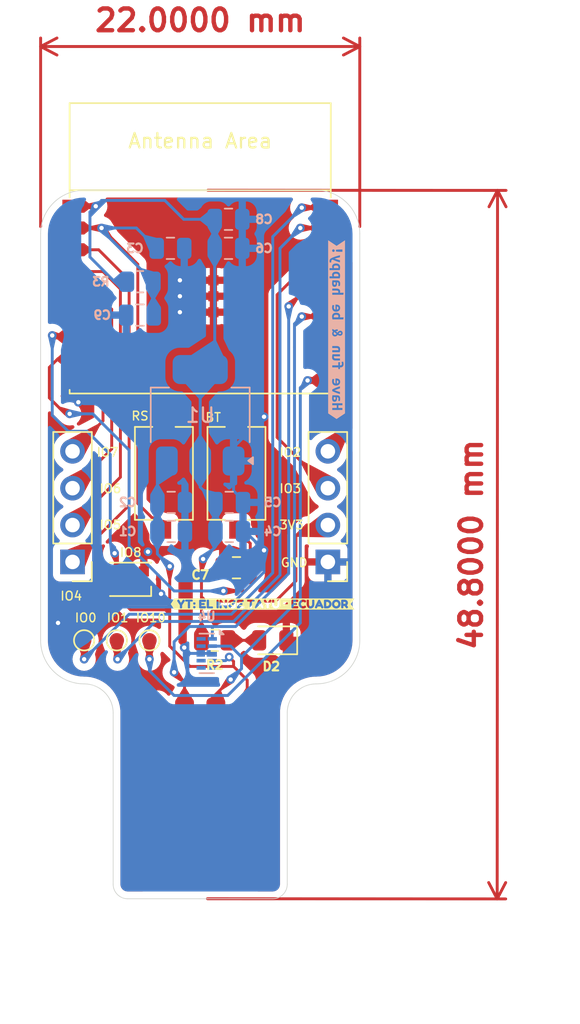
<source format=kicad_pcb>
(kicad_pcb (version 20240108) (generator "pcbnew") (generator_version "8.0")
  (layers (0 "F.Cu" signal) (31 "B.Cu" signal) (34 "B.Paste" user) (35 "F.Paste" user) (36 "B.SilkS" user "B.Silkscreen") (37 "F.SilkS" user "F.Silkscreen") (38 "B.Mask" user) (39 "F.Mask" user) (44 "Edge.Cuts" user))
  (net 0 "")
  (net 1 "+5V")
  (net 2 "GND")
  (net 3 "RESET")
  (net 4 "+3V3")
  (net 5 "BOOT")
  (net 6 "IO08")
  (net 7 "IO07")
  (net 9 "IO06")
  (net 10 "Net-(D2-A)")
  (net 11 "USB_D-")
  (net 12 "USB_D+")
  (net 13 "IO03")
  (net 14 "IO02")
  (net 15 "IO05")
  (net 16 "IO04")
  (net 17 "Net-(U2-GPIO10)")
  (net 18 "Net-(U2-GPIO0{slash}ADC1_CH0{slash}XTAL_32K_P)")
  (net 19 "Net-(U2-GPIO1{slash}ADC1_CH1{slash}XTAL_32K_N)")
  (footprint "LED_SMD:LED_WS2812B-2020_PLCC4_2.0x2.0mm" (layer "F.Cu") (at 127 81 180)
    (property "Reference" "D1" (hide yes))
    (property "Value" "WS2812B-2020" (hide yes))
    (pad "1" smd rect (at -0.915 -0.55 180) (size 0.7 0.7) (layers "F.Cu" "F.Paste" "F.Mask"))
    (pad "2" smd rect (at -0.915 0.55 180) (size 0.7 0.7) (layers "F.Cu" "F.Paste" "F.Mask") (net 2 "GND"))
    (pad "3" smd rect (at 0.915 0.55 180) (size 0.7 0.7) (layers "F.Cu" "F.Paste" "F.Mask") (net 6 "IO08"))
    (pad "4" smd rect (at 0.915 -0.55 180) (size 0.7 0.7) (layers "F.Cu" "F.Paste" "F.Mask") (net 1 "+5V"))
  )
  (footprint "Button_Switch_SMD:SW_Tactile_SPST_NO_Straight_CK_PTS636Sx25SMTRLFS" (layer "F.Cu") (at 129.3 73.7 -90)
    (property "Reference" "SW1" (hide yes))
    (property "Value" "SW_Push" (hide yes))
    (pad "1" smd rect (at -3.875 0 270) (size 1.25 1) (layers "F.Cu" "F.Paste" "F.Mask") (net 2 "GND"))
    (pad "2" smd rect (at 3.875 0 270) (size 1.25 1) (layers "F.Cu" "F.Paste" "F.Mask") (net 3 "RESET"))
  )
  (footprint "TestPoint:TestPoint_Pad_D1.0mm" (layer "F.Cu") (at 126.05 85.2 90)
    (property "Reference" "TP3" (hide yes))
    (property "Value" "TestPoint" (hide yes))
    (pad "1" smd circle (at 0 0 90) (size 1 1) (layers "F.Cu" "F.Mask") (net 19 "Net-(U2-GPIO1{slash}ADC1_CH1{slash}XTAL_32K_N)"))
  )
  (footprint "TestPoint:TestPoint_Pad_D1.0mm" (layer "F.Cu") (at 123.8 85.2 90)
    (property "Reference" "TP2" (hide yes))
    (property "Value" "TestPoint" (hide yes))
    (pad "1" smd circle (at 0 0 90) (size 1 1) (layers "F.Cu" "F.Mask") (net 18 "Net-(U2-GPIO0{slash}ADC1_CH0{slash}XTAL_32K_P)"))
  )
  (footprint "Button_Switch_SMD:SW_Tactile_SPST_NO_Straight_CK_PTS636Sx25SMTRLFS" (layer "F.Cu") (at 134.3 73.7 -90)
    (property "Reference" "SW2" (hide yes))
    (property "Value" "SW_Push" (hide yes))
    (pad "1" smd rect (at -3.875 0 270) (size 1.25 1) (layers "F.Cu" "F.Paste" "F.Mask") (net 2 "GND"))
    (pad "2" smd rect (at 3.875 0 270) (size 1.25 1) (layers "F.Cu" "F.Paste" "F.Mask") (net 5 "BOOT"))
  )
  (footprint "Connector_USB:USB A CARD" (layer "F.Cu") (at 131.88 84.5)
    (property "Reference" "J1" (hide yes))
    (property "Value" "Conn_01x04_Pin" (hide yes))
    (pad "1" smd roundrect (at 3.16 11) (size 1.3 12.7) (layers "F.Cu" "F.Paste" "F.Mask") (net 1 "+5V"))
    (pad "2" smd roundrect (at 1 10.7) (size 1.3 12.1) (layers "F.Cu" "F.Paste" "F.Mask") (net 11 "USB_D-"))
    (pad "3" smd roundrect (at -1.16 10.7) (size 1.3 12.1) (layers "F.Cu" "F.Paste" "F.Mask") (net 12 "USB_D+"))
    (pad "4" smd roundrect (at -3.32 11) (size 1.3 12.7) (layers "F.Cu" "F.Paste" "F.Mask") (net 2 "GND"))
  )
  (footprint "Resistor_SMD:R_0805_2012Metric" (layer "F.Cu") (at 132.8 85.2)
    (property "Reference" "R2" (at 0 1.7 0) (layer "F.SilkS") (effects (font (size 0.6 0.6))))
    (property "Value" "330R" (hide yes))
    (pad "1" smd roundrect (at -0.9125 0) (size 1.025 1.4) (layers "F.Cu" "F.Paste" "F.Mask") (roundrect_rratio 0.243902) (net 4 "+3V3"))
    (pad "2" smd roundrect (at 0.9125 0) (size 1.025 1.4) (layers "F.Cu" "F.Paste" "F.Mask") (roundrect_rratio 0.243902) (net 10 "Net-(D2-A)"))
  )
  (footprint "Connector_PinHeader_2.54mm:PinHeader_1x04_P2.54mm_Vertical" (layer "F.Cu") (at 140.6 79.8 180)
    (property "Reference" "J2" (hide yes))
    (property "Value" "Conn_01x04_Pin" (hide yes))
    (pad "1" thru_hole rect (at 0 0 180) (size 1.7 1.7) (drill 1) (layers "*.Cu" "*.Mask") (net 2 "GND"))
    (pad "2" thru_hole oval (at 0 2.54 180) (size 1.7 1.7) (drill 1) (layers "*.Cu" "*.Mask") (net 4 "+3V3"))
    (pad "3" thru_hole oval (at 0 5.08 180) (size 1.7 1.7) (drill 1) (layers "*.Cu" "*.Mask") (net 13 "IO03"))
    (pad "4" thru_hole oval (at 0 7.62 180) (size 1.7 1.7) (drill 1) (layers "*.Cu" "*.Mask") (net 14 "IO02"))
  )
  (footprint "PCM_Espressif:ESP32-C3-WROOM-02" (layer "F.Cu") (at 131.8 61.2)
    (property "Reference" "U2" (hide yes))
    (property "Value" "ESP32-C3-WROOM-02" (hide yes))
    (fp_text user "Antenna Area" (at 0 -10.4 0) (layer "F.SilkS"))
    (pad "1" smd rect (at -8.75 -5.9) (size 1.5 0.9) (layers "F.Cu" "F.Paste" "F.Mask") (net 4 "+3V3"))
    (pad "2" smd rect (at -8.75 -4.4) (size 1.5 0.9) (layers "F.Cu" "F.Paste" "F.Mask") (net 3 "RESET"))
    (pad "3" smd rect (at -8.75 -2.9) (size 1.5 0.9) (layers "F.Cu" "F.Paste" "F.Mask") (net 16 "IO04"))
    (pad "4" smd rect (at -8.75 -1.4) (size 1.5 0.9) (layers "F.Cu" "F.Paste" "F.Mask") (net 15 "IO05"))
    (pad "5" smd rect (at -8.75 0.1) (size 1.5 0.9) (layers "F.Cu" "F.Paste" "F.Mask") (net 9 "IO06"))
    (pad "6" smd rect (at -8.75 1.6) (size 1.5 0.9) (layers "F.Cu" "F.Paste" "F.Mask") (net 7 "IO07"))
    (pad "7" smd rect (at -8.75 3.1) (size 1.5 0.9) (layers "F.Cu" "F.Paste" "F.Mask") (net 6 "IO08"))
    (pad "8" smd rect (at -8.75 4.6) (size 1.5 0.9) (layers "F.Cu" "F.Paste" "F.Mask") (net 5 "BOOT"))
    (pad "9" smd rect (at -8.75 6.1) (size 1.5 0.9) (layers "F.Cu" "F.Paste" "F.Mask") (net 2 "GND"))
    (pad "10" smd rect (at 8.75 6.1 180) (size 1.5 0.9) (layers "F.Cu" "F.Paste" "F.Mask") (net 17 "Net-(U2-GPIO10)"))
    (pad "11" smd rect (at 8.75 4.6 180) (size 1.5 0.9) (layers "F.Cu" "F.Paste" "F.Mask"))
    (pad "12" smd rect (at 8.75 3.1 180) (size 1.5 0.9) (layers "F.Cu" "F.Paste" "F.Mask"))
    (pad "13" smd rect (at 8.75 1.6 180) (size 1.5 0.9) (layers "F.Cu" "F.Paste" "F.Mask") (net 11 "USB_D-"))
    (pad "14" smd rect (at 8.75 0.1 180) (size 1.5 0.9) (layers "F.Cu" "F.Paste" "F.Mask") (net 12 "USB_D+"))
    (pad "15" smd rect (at 8.75 -1.4 180) (size 1.5 0.9) (layers "F.Cu" "F.Paste" "F.Mask") (net 13 "IO03"))
    (pad "16" smd rect (at 8.75 -2.9 180) (size 1.5 0.9) (layers "F.Cu" "F.Paste" "F.Mask") (net 14 "IO02"))
    (pad "17" smd rect (at 8.75 -4.4 180) (size 1.5 0.9) (layers "F.Cu" "F.Paste" "F.Mask") (net 19 "Net-(U2-GPIO1{slash}ADC1_CH1{slash}XTAL_32K_N)"))
    (pad "18" smd rect (at 8.75 -5.9 180) (size 1.5 0.9) (layers "F.Cu" "F.Paste" "F.Mask") (net 18 "Net-(U2-GPIO0{slash}ADC1_CH0{slash}XTAL_32K_P)"))
    (pad "19" smd rect (at -0.14 -0.8 180) (size 0.7 0.7) (layers "F.Cu" "F.Paste" "F.Mask") (net 2 "GND"))
    (pad "19" smd rect (at -0.14 0.3 180) (size 0.7 0.7) (layers "F.Cu" "F.Paste" "F.Mask") (net 2 "GND"))
    (pad "19" smd rect (at -0.14 1.4 180) (size 0.7 0.7) (layers "F.Cu" "F.Paste" "F.Mask") (net 2 "GND"))
    (pad "19" smd rect (at 0.91 -0.8 180) (size 0.7 0.7) (layers "F.Cu" "F.Paste" "F.Mask") (net 2 "GND"))
    (pad "19" smd rect (at 0.91 0.3 180) (size 0.7 0.7) (layers "F.Cu" "F.Paste" "F.Mask") (net 2 "GND"))
    (pad "19" smd rect (at 0.91 1.4 180) (size 0.7 0.7) (layers "F.Cu" "F.Paste" "F.Mask") (net 2 "GND"))
    (pad "19" smd rect (at 2.06 -0.8 180) (size 0.7 0.7) (layers "F.Cu" "F.Paste" "F.Mask") (net 2 "GND"))
    (pad "19" smd rect (at 2.06 0.3 180) (size 0.7 0.7) (layers "F.Cu" "F.Paste" "F.Mask") (net 2 "GND"))
    (pad "19" smd rect (at 2.06 1.4 180) (size 0.7 0.7) (layers "F.Cu" "F.Paste" "F.Mask") (net 2 "GND"))
    (zone (net 0) (net_name "") (layers "*.Cu") (name "antenna keepout") (connect_pads (clearance 0)) (min_thickness 0.254)
      (keepout (tracks not_allowed) (vias not_allowed) (pads not_allowed) (copperpour not_allowed) (footprints not_allowed))
      (fill (thermal_gap 0.508) (thermal_bridge_width 0.508))
      (polygon (pts (xy 140.8 54.2) (xy 122.8 54.2) (xy 122.8 48.2) (xy 140.8 48.2)))
    )
  )
  (footprint "LED_SMD:LED_0805_2012Metric" (layer "F.Cu") (at 136.8 85.2 180)
    (property "Reference" "D2" (at 0.1 -1.8 0) (layer "F.SilkS") (effects (font (size 0.6 0.6))))
    (property "Value" "LED ROJO" (hide yes))
    (pad "1" smd roundrect (at -0.9375 0 180) (size 0.975 1.4) (layers "F.Cu" "F.Paste" "F.Mask") (net 2 "GND"))
    (pad "2" smd roundrect (at 0.9375 0 180) (size 0.975 1.4) (layers "F.Cu" "F.Paste" "F.Mask") (net 10 "Net-(D2-A)"))
  )
  (footprint "Connector_PinHeader_2.54mm:PinHeader_1x04_P2.54mm_Vertical" (layer "F.Cu") (at 123 79.8 180)
    (property "Reference" "J3" (hide yes))
    (property "Value" "Conn_01x04_Pin" (hide yes))
    (pad "1" thru_hole rect (at 0 0 180) (size 1.7 1.7) (drill 1) (layers "*.Cu" "*.Mask") (net 16 "IO04"))
    (pad "2" thru_hole oval (at 0 2.54 180) (size 1.7 1.7) (drill 1) (layers "*.Cu" "*.Mask") (net 15 "IO05"))
    (pad "3" thru_hole oval (at 0 5.08 180) (size 1.7 1.7) (drill 1) (layers "*.Cu" "*.Mask") (net 9 "IO06"))
    (pad "4" thru_hole oval (at 0 7.62 180) (size 1.7 1.7) (drill 1) (layers "*.Cu" "*.Mask") (net 7 "IO07"))
  )
  (footprint "TestPoint:TestPoint_Pad_D1.0mm" (layer "F.Cu") (at 128.3 85.2 90)
    (property "Reference" "TP1" (hide yes))
    (property "Value" "TestPoint" (hide yes))
    (pad "1" smd circle (at 0 0 90) (size 1 1) (layers "F.Cu" "F.Mask") (net 17 "Net-(U2-GPIO10)"))
  )
  (footprint "kibuzzard-66CE9F7E" (layer "F.Cu") (at 136.1 82.7)
    (property "Reference" "kibuzzard-66CE9F7E" (hide yes))
    (property "Value" "G***" (hide yes))
  )
  (footprint "Capacitor_SMD:C_0805_2012Metric" (layer "F.Cu") (at 134.3 80.2 180)
    (property "Reference" "C7" (at 2.5 -0.5 0) (layer "F.SilkS") (effects (font (size 0.6 0.6))))
    (property "Value" "0.1uF" (hide yes))
    (pad "1" smd roundrect (at -0.95 0 180) (size 1 1.45) (layers "F.Cu" "F.Paste" "F.Mask") (net 5 "BOOT"))
    (pad "2" smd roundrect (at 0.95 0 180) (size 1 1.45) (layers "F.Cu" "F.Paste" "F.Mask") (net 2 "GND"))
  )
  (footprint "Capacitor_SMD:C_0805_2012Metric" (layer "B.Cu") (at 129.8 75.7)
    (property "Reference" "C2" (at -3 0 0) (layer "B.SilkS") (effects (font (size 0.6 0.6)) (justify mirror)))
    (property "Value" "0.1 uF" (hide yes))
    (pad "1" smd roundrect (at -0.95 0) (size 1 1.45) (layers "B.Cu" "B.Paste" "B.Mask") (net 1 "+5V"))
    (pad "2" smd roundrect (at 0.95 0) (size 1 1.45) (layers "B.Cu" "B.Paste" "B.Mask") (net 2 "GND"))
  )
  (footprint "Package_DFN_QFN:Diodes_UDFN-10_1.0x2.5mm_P0.5mm" (layer "B.Cu") (at 132.25 86.1 180)
    (property "Reference" "U4" (at 0 2.54 0) (layer "B.SilkS") (effects (font (size 0.6 0.6)) (justify mirror)))
    (property "Value" "D3V3XA4B10LP" (hide yes))
    (pad "1" smd rect (at -0.3875 1 270) (size 0.25 0.625) (layers "B.Cu" "B.Paste" "B.Mask") (net 12 "USB_D+"))
    (pad "2" smd rect (at -0.3875 0.5 270) (size 0.25 0.625) (layers "B.Cu" "B.Paste" "B.Mask") (net 11 "USB_D-"))
    (pad "3" smd rect (at -0.35 0 270) (size 0.45 0.7) (layers "B.Cu" "B.Paste" "B.Mask") (net 2 "GND"))
    (pad "4" smd rect (at -0.3875 -0.5 270) (size 0.25 0.625) (layers "B.Cu" "B.Paste" "B.Mask") (net 1 "+5V"))
    (pad "5" smd rect (at -0.3875 -1 270) (size 0.25 0.625) (layers "B.Cu" "B.Paste" "B.Mask"))
    (pad "6" smd rect (at 0.3875 -1 270) (size 0.25 0.625) (layers "B.Cu" "B.Paste" "B.Mask"))
    (pad "7" smd rect (at 0.3875 -0.5 270) (size 0.25 0.625) (layers "B.Cu" "B.Paste" "B.Mask"))
    (pad "8" smd rect (at 0.4125 0 270) (size 0.45 0.575) (layers "B.Cu" "B.Paste" "B.Mask") (net 2 "GND"))
    (pad "9" smd rect (at 0.3875 0.5 270) (size 0.25 0.625) (layers "B.Cu" "B.Paste" "B.Mask"))
    (pad "10" smd rect (at 0.3875 1 270) (size 0.25 0.625) (layers "B.Cu" "B.Paste" "B.Mask"))
  )
  (footprint "Capacitor_SMD:C_0805_2012Metric" (layer "B.Cu") (at 133.8 77.7)
    (property "Reference" "C4" (at 3 0 0) (layer "B.SilkS") (effects (font (size 0.6 0.6)) (justify mirror)))
    (property "Value" "0.1 uF" (hide yes))
    (pad "1" smd roundrect (at -0.95 0) (size 1 1.45) (layers "B.Cu" "B.Paste" "B.Mask") (net 4 "+3V3"))
    (pad "2" smd roundrect (at 0.95 0) (size 1 1.45) (layers "B.Cu" "B.Paste" "B.Mask") (net 2 "GND"))
  )
  (footprint "Capacitor_SMD:C_0805_2012Metric" (layer "B.Cu") (at 129.8 77.7)
    (property "Reference" "C1" (at -3 0 0) (layer "B.SilkS") (effects (font (size 0.6 0.6)) (justify mirror)))
    (property "Value" "10 uF" (hide yes))
    (pad "1" smd roundrect (at -0.95 0) (size 1 1.45) (layers "B.Cu" "B.Paste" "B.Mask") (net 1 "+5V"))
    (pad "2" smd roundrect (at 0.95 0) (size 1 1.45) (layers "B.Cu" "B.Paste" "B.Mask") (net 2 "GND"))
  )
  (footprint "Capacitor_SMD:C_0805_2012Metric" (layer "B.Cu") (at 133.75 58.2)
    (property "Reference" "C6" (at 2.45 0 0) (layer "B.SilkS") (effects (font (size 0.6 0.6)) (justify mirror)))
    (property "Value" "0.1uF" (hide yes))
    (pad "1" smd roundrect (at -0.95 0) (size 1 1.45) (layers "B.Cu" "B.Paste" "B.Mask") (net 4 "+3V3"))
    (pad "2" smd roundrect (at 0.95 0) (size 1 1.45) (layers "B.Cu" "B.Paste" "B.Mask") (net 2 "GND"))
  )
  (footprint "kibuzzard-66C7F9C5" (layer "B.Cu") (at 141.2 63.8 90)
    (property "Reference" "kibuzzard-66C7F9C5" (hide yes))
    (property "Value" "G***" (hide yes))
  )
  (footprint "Resistor_SMD:R_0805_2012Metric" (layer "B.Cu") (at 127.65 60.5 180)
    (property "Reference" "R3" (at 2.7 0 0) (layer "B.SilkS") (effects (font (size 0.6 0.6)) (justify mirror)))
    (property "Value" "10k" (hide yes))
    (pad "1" smd roundrect (at -0.9125 0 180) (size 1.025 1.4) (layers "B.Cu" "B.Paste" "B.Mask") (roundrect_rratio 0.243902) (net 3 "RESET"))
    (pad "2" smd roundrect (at 0.9125 0 180) (size 1.025 1.4) (layers "B.Cu" "B.Paste" "B.Mask") (roundrect_rratio 0.243902) (net 4 "+3V3"))
  )
  (footprint "Capacitor_SMD:C_0805_2012Metric" (layer "B.Cu") (at 127.65 62.8 180)
    (property "Reference" "C9" (at 2.6 0 0) (layer "B.SilkS") (effects (font (size 0.6 0.6)) (justify mirror)))
    (property "Value" "1uF" (hide yes))
    (pad "1" smd roundrect (at -0.95 0 180) (size 1 1.45) (layers "B.Cu" "B.Paste" "B.Mask") (net 3 "RESET"))
    (pad "2" smd roundrect (at 0.95 0 180) (size 1 1.45) (layers "B.Cu" "B.Paste" "B.Mask") (net 2 "GND"))
  )
  (footprint "Capacitor_SMD:C_0805_2012Metric" (layer "B.Cu") (at 129.75 58.2)
    (property "Reference" "C3" (at -2.45 0 0) (layer "B.SilkS") (effects (font (size 0.6 0.6)) (justify mirror)))
    (property "Value" "0.1uF" (hide yes))
    (pad "1" smd roundrect (at -0.95 0) (size 1 1.45) (layers "B.Cu" "B.Paste" "B.Mask") (net 3 "RESET"))
    (pad "2" smd roundrect (at 0.95 0) (size 1 1.45) (layers "B.Cu" "B.Paste" "B.Mask") (net 2 "GND"))
  )
  (footprint "Capacitor_SMD:C_0805_2012Metric" (layer "B.Cu") (at 133.8 75.7)
    (property "Reference" "C5" (at 3 0 0) (layer "B.SilkS") (effects (font (size 0.6 0.6)) (justify mirror)))
    (property "Value" "10 uF" (hide yes))
    (pad "1" smd roundrect (at -0.95 0) (size 1 1.45) (layers "B.Cu" "B.Paste" "B.Mask") (net 4 "+3V3"))
    (pad "2" smd roundrect (at 0.95 0) (size 1 1.45) (layers "B.Cu" "B.Paste" "B.Mask") (net 2 "GND"))
  )
  (footprint "Package_TO_SOT_SMD:SOT-223-3_TabPin2" (layer "B.Cu") (at 131.8 69.7 90)
    (property "Reference" "U1" (at 0 0 0) (layer "B.SilkS") (effects (justify mirror)))
    (property "Value" "3.3v 1A" (hide yes))
    (pad "1" smd roundrect (at -3.15 2.3 90) (size 2 1.5) (layers "B.Cu" "B.Paste" "B.Mask") (net 2 "GND"))
    (pad "2" smd roundrect (at -3.15 0 90) (size 2 1.5) (layers "B.Cu" "B.Paste" "B.Mask") (net 4 "+3V3"))
    (pad "2" smd roundrect (at 3.15 0 90) (size 2 3.8) (layers "B.Cu" "B.Paste" "B.Mask") (net 4 "+3V3"))
    (pad "3" smd roundrect (at -3.15 -2.3 90) (size 2 1.5) (layers "B.Cu" "B.Paste" "B.Mask") (net 1 "+5V"))
  )
  (footprint "Capacitor_SMD:C_0805_2012Metric" (layer "B.Cu") (at 133.75 56.2)
    (property "Reference" "C8" (at 2.45 0 0) (layer "B.SilkS") (effects (font (size 0.6 0.6)) (justify mirror)))
    (property "Value" "10uF" (hide yes))
    (pad "1" smd roundrect (at -0.95 0) (size 1 1.45) (layers "B.Cu" "B.Paste" "B.Mask") (net 4 "+3V3"))
    (pad "2" smd roundrect (at 0.95 0) (size 1 1.45) (layers "B.Cu" "B.Paste" "B.Mask") (net 2 "GND"))
  )
  (gr_arc (start 142.8 85.2) (mid 141.92132 87.32132) (end 139.8 88.2) (stroke (width 0.05)) (layer "Edge.Cuts"))
  (gr_line (start 142.8 57.2) (end 142.8 85.2) (stroke (width 0.05)) (layer "Edge.Cuts"))
  (gr_line (start 137.8 102) (end 137.8 90.2) (stroke (width 0.05)) (layer "Edge.Cuts"))
  (gr_line (start 131.8 103) (end 136.8 103) (stroke (width 0.05)) (layer "Edge.Cuts"))
  (gr_arc (start 139.8 54.2) (mid 141.92132 55.07868) (end 142.8 57.2) (stroke (width 0.05)) (layer "Edge.Cuts"))
  (gr_line (start 131.8 103) (end 126.8 103) (stroke (width 0.05)) (layer "Edge.Cuts"))
  (gr_arc (start 120.8 57.2) (mid 121.67868 55.07868) (end 123.8 54.2) (stroke (width 0.05)) (layer "Edge.Cuts"))
  (gr_arc (start 123.8 88.2) (mid 125.214214 88.785786) (end 125.8 90.2) (stroke (width 0.05)) (layer "Edge.Cuts"))
  (gr_arc (start 123.8 88.2) (mid 121.67868 87.32132) (end 120.8 85.2) (stroke (width 0.05)) (layer "Edge.Cuts"))
  (gr_arc (start 137.8 102) (mid 137.507107 102.707107) (end 136.8 103) (stroke (width 0.05)) (layer "Edge.Cuts"))
  (gr_line (start 125.8 102) (end 125.8 90.2) (stroke (width 0.05)) (layer "Edge.Cuts"))
  (gr_line (start 139.8 54.2) (end 123.8 54.2) (stroke (width 0.05)) (layer "Edge.Cuts"))
  (gr_arc (start 126.8 103) (mid 126.092893 102.707107) (end 125.8 102) (stroke (width 0.05)) (layer "Edge.Cuts"))
  (gr_line (start 120.8 57.2) (end 120.8 85.2) (stroke (width 0.05)) (layer "Edge.Cuts"))
  (gr_arc (start 137.8 90.2) (mid 138.385786 88.785786) (end 139.8 88.2) (stroke (width 0.05)) (layer "Edge.Cuts"))
  (gr_text "GND" (at 137.3 80.2 0) (layer "F.SilkS") (effects (font (size 0.6 0.6) (thickness 0.1)) (justify left bottom)))
  (gr_text "IO3" (at 137.2 75.1 0) (layer "F.SilkS") (effects (font (size 0.6 0.6) (thickness 0.1)) (justify left bottom)))
  (gr_text "IO5" (at 124.8 77.6 0) (layer "F.SilkS") (effects (font (size 0.6 0.6) (thickness 0.1)) (justify left bottom)))
  (gr_text "IO1" (at 125.3 84 0) (layer "F.SilkS") (effects (font (size 0.6 0.6) (thickness 0.1)) (justify left bottom)))
  (gr_text "IO8" (at 126.2 79.5 0) (layer "F.SilkS") (effects (font (size 0.6 0.6) (thickness 0.1)) (justify left bottom)))
  (gr_text "IO2" (at 137.2 72.6 0) (layer "F.SilkS") (effects (font (size 0.6 0.6) (thickness 0.1)) (justify left bottom)))
  (gr_text "IO6" (at 124.8 75.1 0) (layer "F.SilkS") (effects (font (size 0.6 0.6) (thickness 0.1)) (justify left bottom)))
  (gr_text "IO0" (at 123.1 84 0) (layer "F.SilkS") (effects (font (size 0.6 0.6) (thickness 0.1)) (justify left bottom)))
  (gr_text "BT" (at 132.1 70.2 0) (layer "F.SilkS") (effects (font (size 0.6 0.6) (thickness 0.1)) (justify left bottom)))
  (gr_text "IO7" (at 124.6 72.6 0) (layer "F.SilkS") (effects (font (size 0.6 0.6) (thickness 0.1)) (justify left bottom)))
  (gr_text "RS" (at 127 70.1 0) (layer "F.SilkS") (effects (font (size 0.6 0.6) (thickness 0.1)) (justify left bottom)))
  (gr_text "IO10" (at 127.3 84 0) (layer "F.SilkS") (effects (font (size 0.6 0.6) (thickness 0.1)) (justify left bottom)))
  (gr_text "3V3" (at 137.2 77.6 0) (layer "F.SilkS") (effects (font (size 0.6 0.6) (thickness 0.1)) (justify left bottom)))
  (gr_text "IO4" (at 122.1 82.5 0) (layer "F.SilkS") (effects (font (size 0.6 0.6) (thickness 0.1)) (justify left bottom)))
  (dimension (type aligned) (layer "F.Cu") (pts (xy 131.825 54.2) (xy 131.8 103)) (height -20.470514) (gr_text "48.8000 mm" (at 150.483011 78.609565 89.97064766) (layer "F.Cu") (effects (font (size 1.5 1.5) (thickness 0.3)))) (format (prefix "") (suffix "") (units 3) (units_format 1) (precision 4)) (style (thickness 0.2) (arrow_length 1.27) (text_position_mode 0) (extension_height 0.58642) (extension_offset 0.5) keep_text_aligned))
  (dimension (type aligned) (layer "F.Cu") (pts (xy 120.8 57.2) (xy 142.8 57.2)) (height -12.9) (gr_text "22.0000 mm" (at 131.8 42.5 0) (layer "F.Cu") (effects (font (size 1.5 1.5) (thickness 0.3)))) (format (prefix "") (suffix "") (units 3) (units_format 1) (precision 4)) (style (thickness 0.2) (arrow_length 1.27) (text_position_mode 0) (extension_height 0.58642) (extension_offset 0.5) keep_text_aligned))
  (segment (start 129.7 83.1) (end 129.7 82.8) (width 0.2) (layer "F.Cu") (net 1))
  (segment (start 126.085 81.55) (end 126.085 82.185) (width 0.2) (layer "F.Cu") (net 1))
  (segment (start 133.79868 86.35) (end 134.1 86.65132) (width 0.2) (layer "F.Cu") (net 1))
  (segment (start 129.7 83.4) (end 129.7 83.1) (width 0.2) (layer "F.Cu") (net 1))
  (segment (start 129.4 83.1) (end 129.7 83.4) (width 0.2) (layer "F.Cu") (net 1))
  (segment (start 129.4 83.1) (end 129.7 82.8) (width 0.2) (layer "F.Cu") (net 1))
  (segment (start 129.7 82.8) (end 129.7 80.1) (width 0.2) (layer "F.Cu") (net 1))
  (segment (start 135.04 87.94) (end 134.7 87.6) (width 0.2) (layer "F.Cu") (net 1))
  (segment (start 129.4 83.1) (end 129.7 83.1) (width 0.2) (layer "F.Cu") (net 1))
  (segment (start 129.7 85.6) (end 129.7 83.4) (width 0.2) (layer "F.Cu") (net 1))
  (segment (start 126.085 82.185) (end 127 83.1) (width 0.2) (layer "F.Cu") (net 1))
  (segment (start 134.1 87) (end 131.8 87) (width 0.2) (layer "F.Cu") (net 1))
  (segment (start 134.7 87.6) (end 134.1 87) (width 0.2) (layer "F.Cu") (net 1))
  (segment (start 131.1 87) (end 130.6 86.5) (width 0.2) (layer "F.Cu") (net 1))
  (segment (start 131.8 87) (end 131.1 87) (width 0.2) (layer "F.Cu") (net 1))
  (segment (start 135.04 95.5) (end 135.04 87.94) (width 0.2) (layer "F.Cu") (net 1))
  (segment (start 127 83.1) (end 129.4 83.1) (width 0.2) (layer "F.Cu") (net 1))
  (segment (start 134.1 86.65132) (end 134.1 87) (width 0.2) (layer "F.Cu") (net 1))
  (segment (start 130.6 86.5) (end 129.7 85.6) (width 0.2) (layer "F.Cu") (net 1))
  (via (at 129.7 80.1) (size 0.6) (drill 0.3) (layers "F.Cu" "B.Cu") (net 1))
  (via (at 133.79868 86.35) (size 0.6) (drill 0.3) (layers "F.Cu" "B.Cu") (net 1))
  (segment (start 128.85 77.7) (end 128.85 75.7) (width 0.2) (layer "B.Cu") (net 1))
  (segment (start 128.85 79.25) (end 128.85 77.7) (width 0.2) (layer "B.Cu") (net 1))
  (segment (start 132.6375 86.6) (end 133.54868 86.6) (width 0.2) (layer "B.Cu") (net 1))
  (segment (start 128.85 75.7) (end 128.85 73.5) (width 0.2) (layer "B.Cu") (net 1))
  (segment (start 129.7 80.1) (end 128.85 79.25) (width 0.2) (layer "B.Cu") (net 1))
  (segment (start 133.54868 86.6) (end 133.79868 86.35) (width 0.2) (layer "B.Cu") (net 1))
  (segment (start 128.85 73.5) (end 129.5 72.85) (width 0.2) (layer "B.Cu") (net 1))
  (segment (start 123.05 68.45) (end 123.4 68.8) (width 0.2) (layer "F.Cu") (net 2))
  (segment (start 129.3 69.825) (end 134.3 69.825) (width 0.2) (layer "F.Cu") (net 2))
  (segment (start 140.6 79.8) (end 140.6 83.6) (width 0.2) (layer "F.Cu") (net 2))
  (segment (start 129.3 74.6) (end 129.3 69.825) (width 0.2) (layer "F.Cu") (net 2))
  (segment (start 130.9 76.2) (end 129.3 74.6) (width 0.2) (layer "F.Cu") (net 2))
  (segment (start 121.8 86.2) (end 123.08454 87.48454) (width 0.2) (layer "F.Cu") (net 2))
  (segment (start 131.66 62.6) (end 131.66 60.4) (width 0.2) (layer "F.Cu") (net 2))
  (segment (start 133.86 62.6) (end 133.86 60.4) (width 0.2) (layer "F.Cu") (net 2))
  (segment (start 136.2 69.8) (end 136.175 69.825) (width 0.2) (layer "F.Cu") (net 2))
  (segment (start 131.66 61.5) (end 133.86 61.5) (width 0.2) (layer "F.Cu") (net 2))
  (segment (start 133.35 78.75) (end 130.9 76.3) (width 0.2) (layer "F.Cu") (net 2))
  (segment (start 131.66 62.6) (end 133.86 62.6) (width 0.2) (layer "F.Cu") (net 2))
  (segment (start 131.66 60.4) (end 133.86 60.4) (width 0.2) (layer "F.Cu") (net 2))
  (segment (start 130.9 76.3) (end 130.9 76.2) (width 0.2) (layer "F.Cu") (net 2))
  (segment (start 123.08454 87.48454) (end 123.128721 87.5) (width 0.2) (layer "F.Cu") (net 2))
  (segment (start 121.8 84.2) (end 121.8 86.2) (width 0.2) (layer "F.Cu") (net 2))
  (segment (start 129.3 63.7) (end 130.4 62.6) (width 0.2) (layer "F.Cu") (net 2))
  (segment (start 140.6 83.6) (end 139 85.2) (width 0.2) (layer "F.Cu") (net 2))
  (segment (start 129.3 69.825) (end 129.3 63.7) (width 0.2) (layer "F.Cu") (net 2))
  (segment (start 139 85.2) (end 137.7375 85.2) (width 0.2) (layer "F.Cu") (net 2))
  (segment (start 128.56 88.26) (end 128.56 95.5) (width 0.2) (layer "F.Cu") (net 2))
  (segment (start 123.05 67.3) (end 123.05 68.45) (width 0.2) (layer "F.Cu") (net 2))
  (segment (start 122 84) (end 121.8 84.2) (width 0.2) (layer "F.Cu") (net 2))
  (segment (start 133.35 80.2) (end 133.35 78.75) (width 0.2) (layer "F.Cu") (net 2))
  (segment (start 123.128721 87.5) (end 127.8 87.5) (width 0.2) (layer "F.Cu") (net 2))
  (segment (start 136.175 69.825) (end 134.3 69.825) (width 0.2) (layer "F.Cu") (net 2))
  (segment (start 127.8 87.5) (end 128.56 88.26) (width 0.2) (layer "F.Cu") (net 2))
  (via (at 130.7 85.7) (size 0.6) (drill 0.3) (layers "F.Cu" "B.Cu") (net 2))
  (via (at 136.2 69.8) (size 0.6) (drill 0.3) (layers "F.Cu" "B.Cu") (net 2))
  (via (at 129.1 82) (size 0.6) (drill 0.3) (layers "F.Cu" "B.Cu") (net 2))
  (via (at 122 84) (size 0.6) (drill 0.3) (layers "F.Cu" "B.Cu") (net 2))
  (via (at 123.4 68.8) (size 0.6) (drill 0.3) (layers "F.Cu" "B.Cu") (net 2))
  (via (at 130.4 61.5) (size 0.6) (drill 0.3) (layers "F.Cu" "B.Cu") (net 2))
  (via (at 136.2 79) (size 0.6) (drill 0.3) (layers "F.Cu" "B.Cu") (net 2))
  (via (at 128.2 79.1) (size 0.6) (drill 0.3) (layers "F.Cu" "B.Cu") (net 2))
  (via (at 130.4 62.6) (size 0.6) (drill 0.3) (layers "F.Cu" "B.Cu") (net 2))
  (via (at 130.4 60.4) (size 0.6) (drill 0.3) (layers "F.Cu" "B.Cu") (net 2))
  (segment (start 133.8 82.9) (end 136.2 80.5) (width 0.2) (layer "B.Cu") (net 2))
  (segment (start 134.1 72.85) (end 134.1 71.9) (width 0.2) (layer "B.Cu") (net 2))
  (segment (start 134.9 77.7) (end 136.2 79) (width 0.2) (layer "B.Cu") (net 2))
  (segment (start 136.2 80.5) (end 136.2 79) (width 0.2) (layer "B.Cu") (net 2))
  (segment (start 134.75 75.55) (end 134.1 74.9) (width 0.2) (layer "B.Cu") (net 2))
  (segment (start 132.6 86.1) (end 131.8375 86.1) (width 0.2) (layer "B.Cu") (net 2))
  (segment (start 134.75 75.7) (end 134.75 75.55) (width 0.2) (layer "B.Cu") (net 2))
  (segment (start 134.1 74.9) (end 134.1 72.85) (width 0.2) (layer "B.Cu") (net 2))
  (segment (start 134.75 77.7) (end 134.75 75.7) (width 0.2) (layer "B.Cu") (net 2))
  (segment (start 134.1 71.9) (end 136.2 69.8) (width 0.2) (layer "B.Cu") (net 2))
  (segment (start 123.1 82.9) (end 133.8 82.9) (width 0.2) (layer "B.Cu") (net 2))
  (segment (start 134.75 77.7) (end 134.9 77.7) (width 0.2) (layer "B.Cu") (net 2))
  (segment (start 131.8375 86.1) (end 131.1 86.1) (width 0.2) (layer "B.Cu") (net 2))
  (segment (start 122 84) (end 123.1 82.9) (width 0.2) (layer "B.Cu") (net 2))
  (segment (start 131.1 86.1) (end 130.7 85.7) (width 0.2) (layer "B.Cu") (net 2))
  (segment (start 127.5 59.3) (end 125 56.8) (width 0.2) (layer "F.Cu") (net 3))
  (segment (start 129.3 77.575) (end 127.5 75.775) (width 0.2) (layer "F.Cu") (net 3))
  (segment (start 127.5 75.775) (end 127.5 59.3) (width 0.2) (layer "F.Cu") (net 3))
  (segment (start 125 56.8) (end 123.05 56.8) (width 0.2) (layer "F.Cu") (net 3))
  (via (at 125 56.8) (size 0.6) (drill 0.3) (layers "F.Cu" "B.Cu") (net 3))
  (segment (start 128.5625 62.7625) (end 128.6 62.8) (width 0.2) (layer "B.Cu") (net 3))
  (segment (start 127.4 56.8) (end 128.8 58.2) (width 0.2) (layer "B.Cu") (net 3))
  (segment (start 128.5625 60.5) (end 125 56.9375) (width 0.2) (layer "B.Cu") (net 3))
  (segment (start 125 56.9375) (end 125 56.8) (width 0.2) (layer "B.Cu") (net 3))
  (segment (start 125 56.8) (end 127.4 56.8) (width 0.2) (layer "B.Cu") (net 3))
  (segment (start 128.5625 60.5) (end 128.5625 62.7625) (width 0.2) (layer "B.Cu") (net 3))
  (segment (start 137 82.5) (end 138.4 81.1) (width 0.2) (layer "F.Cu") (net 4))
  (segment (start 123.05 55.3) (end 124.6 55.3) (width 0.2) (layer "F.Cu") (net 4))
  (segment (start 132.1875 82.5) (end 131.8875 82.2) (width 0.2) (layer "F.Cu") (net 4))
  (segment (start 138.4 81.1) (end 138.4 78) (width 0.2) (layer "F.Cu") (net 4))
  (segment (start 131.8875 85.2) (end 131.8875 82.8) (width 0.2) (layer "F.Cu") (net 4))
  (segment (start 131.8875 82.2) (end 131.8875 79.7125) (width 0.2) (layer "F.Cu") (net 4))
  (segment (start 131.8875 82.5) (end 132.2 82.5) (width 0.2) (layer "F.Cu") (net 4))
  (segment (start 138.4 78) (end 139.14 77.26) (width 0.2) (layer "F.Cu") (net 4))
  (segment (start 139.14 77.26) (end 140.6 77.26) (width 0.2) (layer "F.Cu") (net 4))
  (segment (start 132.2 82.5) (end 137 82.5) (width 0.2) (layer "F.Cu") (net 4))
  (segment (start 132.1875 82.5) (end 131.8875 82.8) (width 0.2) (layer "F.Cu") (net 4))
  (segment (start 131.8875 79.7125) (end 132 79.6) (width 0.2) (layer "F.Cu") (net 4))
  (segment (start 131.8875 82.8) (end 131.8875 82.5) (width 0.2) (layer "F.Cu") (net 4))
  (segment (start 132.2 82.5) (end 132.1875 82.5) (width 0.2) (layer "F.Cu") (net 4))
  (segment (start 131.8875 82.5) (end 131.8875 82.2) (width 0.2) (layer "F.Cu") (net 4))
  (via (at 124.6 55.3) (size 0.6) (drill 0.3) (layers "F.Cu" "B.Cu") (net 4))
  (via (at 132 79.6) (size 0.6) (drill 0.3) (layers "F.Cu" "B.Cu") (net 4))
  (segment (start 132.85 77.7) (end 132.85 75.7) (width 0.2) (layer "B.Cu") (net 4))
  (segment (start 132.85 78.75) (end 132.85 77.7) (width 0.2) (layer "B.Cu") (net 4))
  (segment (start 132.8 65.55) (end 132.8 58.2) (width 0.2) (layer "B.Cu") (net 4))
  (segment (start 131.8 72.85) (end 131.8 74.65) (width 0.2) (layer "B.Cu") (net 4))
  (segment (start 124.6 55.3) (end 125 54.9) (width 0.2) (layer "B.Cu") (net 4))
  (segment (start 124.2 55.7) (end 124.6 55.3) (width 0.2) (layer "B.Cu") (net 4))
  (segment (start 131.8 66.55) (end 132.8 65.55) (width 0.2) (layer "B.Cu") (net 4))
  (segment (start 132 79.6) (end 132.85 78.75) (width 0.2) (layer "B.Cu") (net 4))
  (segment (start 132.8 56.2) (end 132.8 58.2) (width 0.2) (layer "B.Cu") (net 4))
  (segment (start 124.2 58.8) (end 124.2 55.7) (width 0.2) (layer "B.Cu") (net 4))
  (segment (start 130.6625 56.2) (end 132.8 56.2) (width 0.2) (layer "B.Cu") (net 4))
  (segment (start 126.7375 60.5) (end 125.9 60.5) (width 0.2) (layer "B.Cu") (net 4))
  (segment (start 131.8 72.85) (end 131.8 66.55) (width 0.2) (layer "B.Cu") (net 4))
  (segment (start 129.3625 54.9) (end 130.6625 56.2) (width 0.2) (layer "B.Cu") (net 4))
  (segment (start 125.9 60.5) (end 124.2 58.8) (width 0.2) (layer "B.Cu") (net 4))
  (segment (start 125 54.9) (end 129.3625 54.9) (width 0.2) (layer "B.Cu") (net 4))
  (segment (start 131.8 74.65) (end 132.85 75.7) (width 0.2) (layer "B.Cu") (net 4))
  (segment (start 121.4 66.4) (end 121.4 68.5) (width 0.2) (layer "F.Cu") (net 5))
  (segment (start 122 65.8) (end 121.4 66.4) (width 0.2) (layer "F.Cu") (net 5))
  (segment (start 135.3 81.4) (end 135.3 80.25) (width 0.2) (layer "F.Cu") (net 5))
  (segment (start 123.05 65.8) (end 122 65.8) (width 0.2) (layer "F.Cu") (net 5))
  (segment (start 135.3 80.25) (end 135.25 80.2) (width 0.2) (layer "F.Cu") (net 5))
  (segment (start 135.25 78.525) (end 134.3 77.575) (width 0.2) (layer "F.Cu") (net 5))
  (segment (start 135.25 80.2) (end 135.25 78.525) (width 0.2) (layer "F.Cu") (net 5))
  (segment (start 122.5 69.6) (end 122.8 69.6) (width 0.2) (layer "F.Cu") (net 5))
  (segment (start 133.4 81.8) (end 134.9 81.8) (width 0.2) (layer "F.Cu") (net 5))
  (segment (start 134.9 81.8) (end 135.3 81.4) (width 0.2) (layer "F.Cu") (net 5))
  (segment (start 121.4 68.5) (end 122.5 69.6) (width 0.2) (layer "F.Cu") (net 5))
  (via (at 122.8 69.6) (size 0.6) (drill 0.3) (layers "F.Cu" "B.Cu") (net 5))
  (via (at 133.4 81.8) (size 0.6) (drill 0.3) (layers "F.Cu" "B.Cu") (net 5))
  (segment (start 126.9 72.1) (end 124.4 69.6) (width 0.2) (layer "B.Cu") (net 5))
  (segment (start 133.4 81.8) (end 130 81.8) (width 0.2) (layer "B.Cu") (net 5))
  (segment (start 130 81.8) (end 126.9 78.7) (width 0.2) (layer "B.Cu") (net 5))
  (segment (start 126.9 78.7) (end 126.9 72.1) (width 0.2) (layer "B.Cu") (net 5))
  (segment (start 124.4 69.6) (end 122.8 69.6) (width 0.2) (layer "B.Cu") (net 5))
  (segment (start 121.7 64.3) (end 123.05 64.3) (width 0.2) (layer "F.Cu") (net 6))
  (segment (start 126.085 80.45) (end 126.085 79.385) (width 0.2) (layer "F.Cu") (net 6))
  (segment (start 126.085 79.385) (end 125.9 79.2) (width 0.2) (layer "F.Cu") (net 6))
  (segment (start 121.6 64.2) (end 121.7 64.3) (width 0.2) (layer "F.Cu") (net 6))
  (via (at 125.9 79.2) (size 0.6) (drill 0.3) (layers "F.Cu" "B.Cu") (net 6))
  (via (at 121.6 64.2) (size 0.6) (drill 0.3) (layers "F.Cu" "B.Cu") (net 6))
  (segment (start 121.6 64.2) (end 121.6 69.7) (width 0.2) (layer "B.Cu") (net 6))
  (segment (start 121.6 69.7) (end 122.7 70.8) (width 0.2) (layer "B.Cu") (net 6))
  (segment (start 125.6 78.5) (end 125.9 78.8) (width 0.2) (layer "B.Cu") (net 6))
  (segment (start 122.7 70.8) (end 124 70.8) (width 0.2) (layer "B.Cu") (net 6))
  (segment (start 124 70.8) (end 125.6 72.4) (width 0.2) (layer "B.Cu") (net 6))
  (segment (start 125.9 78.8) (end 125.9 79.2) (width 0.2) (layer "B.Cu") (net 6))
  (segment (start 125.6 72.4) (end 125.6 78.5) (width 0.2) (layer "B.Cu") (net 6))
  (segment (start 123 72.18) (end 125.1 70.08) (width 0.2) (layer "F.Cu") (net 7))
  (segment (start 125.1 63.7) (end 124.2 62.8) (width 0.2) (layer "F.Cu") (net 7))
  (segment (start 125.1 70.08) (end 125.1 63.7) (width 0.2) (layer "F.Cu") (net 7))
  (segment (start 124.2 62.8) (end 123.05 62.8) (width 0.2) (layer "F.Cu") (net 7))
  (segment (start 124.6 61.3) (end 123.05 61.3) (width 0.2) (layer "F.Cu") (net 9))
  (segment (start 123 74.72) (end 125.7 72.02) (width 0.2) (layer "F.Cu") (net 9))
  (segment (start 125.7 62.4) (end 124.6 61.3) (width 0.2) (layer "F.Cu") (net 9))
  (segment (start 125.7 72.02) (end 125.7 62.4) (width 0.2) (layer "F.Cu") (net 9))
  (segment (start 133.7125 85.2) (end 135.8625 85.2) (width 0.2) (layer "F.Cu") (net 10))
  (segment (start 133.9 87.9) (end 132.88 88.92) (width 0.2) (layer "F.Cu") (net 11))
  (segment (start 140.45 62.9) (end 140.55 62.8) (width 0.2) (layer "F.Cu") (net 11))
  (segment (start 132.88 88.92) (end 132.88 95.2) (width 0.2) (layer "F.Cu") (net 11))
  (segment (start 138.8 62.9) (end 140.45 62.9) (width 0.2) (layer "F.Cu") (net 11))
  (via (at 138.8 62.9) (size 0.6) (drill 0.3) (layers "F.Cu" "B.Cu") (net 11))
  (via (at 133.9 87.9) (size 0.6) (drill 0.3) (layers "F.Cu" "B.Cu") (net 11))
  (segment (start 138.3 82.7) (end 138.3 65) (width 0.2) (layer "B.Cu") (net 11))
  (segment (start 134.65 87.15) (end 134.65 86.35) (width 0.2) (layer "B.Cu") (net 11))
  (segment (start 138.3 63.4) (end 138.8 62.9) (width 0.2) (layer "B.Cu") (net 11))
  (segment (start 133.9 87.9) (end 134.65 87.15) (width 0.2) (layer "B.Cu") (net 11))
  (segment (start 138.3 65) (end 138.3 63.4) (width 0.2) (layer "B.Cu") (net 11))
  (segment (start 133.9 85.6) (end 134.65 86.35) (width 0.2) (layer "B.Cu") (net 11))
  (segment (start 132.6375 85.6) (end 133.9 85.6) (width 0.2) (layer "B.Cu") (net 11))
  (segment (start 134.65 86.35) (end 138.3 82.7) (width 0.2) (layer "B.Cu") (net 11))
  (segment (start 130 87.4) (end 130.72 88.12) (width 0.2) (layer "F.Cu") (net 12))
  (segment (start 130.72 88.12) (end 130.72 95.2) (width 0.2) (layer "F.Cu") (net 12))
  (segment (start 138.8 61.3) (end 140.55 61.3) (width 0.2) (layer "F.Cu") (net 12))
  (segment (start 137.9 62.2) (end 138.8 61.3) (width 0.2) (layer "F.Cu") (net 12))
  (via (at 137.9 62.2) (size 0.6) (drill 0.3) (layers "F.Cu" "B.Cu") (net 12))
  (via (at 130 87.4) (size 0.6) (drill 0.3) (layers "F.Cu" "B.Cu") (net 12))
  (segment (start 132.6375 84.2875) (end 132.6 84.25) (width 0.2) (layer "B.Cu") (net 12))
  (segment (start 130 87.4) (end 130 85.3) (width 0.2) (layer "B.Cu") (net 12))
  (segment (start 132.6375 85.1) (end 132.6375 84.2875) (width 0.2) (layer "B.Cu") (net 12))
  (segment (start 132.6 84.25) (end 134.244975 84.25) (width 0.2) (layer "B.Cu") (net 12))
  (segment (start 134.244975 84.25) (end 137.9 80.594975) (width 0.2) (layer "B.Cu") (net 12))
  (segment (start 137.9 80.594975) (end 137.9 62.2) (width 0.2) (layer "B.Cu") (net 12))
  (segment (start 130 85.3) (end 131.05 84.25) (width 0.2) (layer "B.Cu") (net 12))
  (segment (start 131.05 84.25) (end 132.6 84.25) (width 0.2) (layer "B.Cu") (net 12))
  (segment (start 137.1 71.22) (end 137.1 61.4) (width 0.2) (layer "F.Cu") (net 13))
  (segment (start 137.1 61.4) (end 138.7 59.8) (width 0.2) (layer "F.Cu") (net 13))
  (segment (start 140.6 74.72) (end 137.1 71.22) (width 0.2) (layer "F.Cu") (net 13))
  (segment (start 138.7 59.8) (end 140.55 59.8) (width 0.2) (layer "F.Cu") (net 13))
  (segment (start 142.2 70.58) (end 142.2 59.2) (width 0.2) (layer "F.Cu") (net 14))
  (segment (start 141.3 58.3) (end 140.55 58.3) (width 0.2) (layer "F.Cu") (net 14))
  (segment (start 140.6 72.18) (end 142.2 70.58) (width 0.2) (layer "F.Cu") (net 14))
  (segment (start 142.2 59.2) (end 141.3 58.3) (width 0.2) (layer "F.Cu") (net 14))
  (segment (start 123 77.26) (end 126.3 73.96) (width 0.2) (layer "F.Cu") (net 15))
  (segment (start 126.3 61) (end 125.1 59.8) (width 0.2) (layer "F.Cu") (net 15))
  (segment (start 125.1 59.8) (end 123.05 59.8) (width 0.2) (layer "F.Cu") (net 15))
  (segment (start 126.3 73.96) (end 126.3 61) (width 0.2) (layer "F.Cu") (net 15))
  (segment (start 126.9 60.4) (end 124.8 58.3) (width 0.2) (layer "F.Cu") (net 16))
  (segment (start 124.8 58.3) (end 123.05 58.3) (width 0.2) (layer "F.Cu") (net 16))
  (segment (start 126.9 75.9) (end 126.9 60.4) (width 0.2) (layer "F.Cu") (net 16))
  (segment (start 123 79.8) (end 126.9 75.9) (width 0.2) (layer "F.Cu") (net 16))
  (segment (start 128.3 85.2) (end 128.3 86.5) (width 0.2) (layer "F.Cu") (net 17))
  (segment (start 139.2 67.3) (end 140.55 67.3) (width 0.2) (layer "F.Cu") (net 17))
  (via (at 128.3 86.5) (size 0.6) (drill 0.3) (layers "F.Cu" "B.Cu") (net 17))
  (via (at 139.2 67.3) (size 0.6) (drill 0.3) (layers "F.Cu" "B.Cu") (net 17))
  (segment (start 138.7 67.8) (end 138.7 84) (width 0.2) (layer "B.Cu") (net 17))
  (segment (start 128.3 87.3) (end 128.3 86.5) (width 0.2) (layer "B.Cu") (net 17))
  (segment (start 130 89) (end 128.3 87.3) (width 0.2) (layer "B.Cu") (net 17))
  (segment (start 138.7 84) (end 133.7 89) (width 0.2) (layer "B.Cu") (net 17))
  (segment (start 133.7 89) (end 130 89) (width 0.2) (layer "B.Cu") (net 17))
  (segment (start 139.2 67.3) (end 138.7 67.8) (width 0.2) (layer "B.Cu") (net 17))
  (segment (start 123.8 85.2) (end 123.8 86.5) (width 0.2) (layer "F.Cu") (net 18))
  (segment (start 140.45 55.4) (end 140.55 55.3) (width 0.2) (layer "F.Cu") (net 18))
  (segment (start 138.8 55.4) (end 140.45 55.4) (width 0.2) (layer "F.Cu") (net 18))
  (via (at 123.8 86.5) (size 0.6) (drill 0.3) (layers "F.Cu" "B.Cu") (net 18))
  (via (at 138.8 55.4) (size 0.6) (drill 0.3) (layers "F.Cu" "B.Cu") (net 18))
  (segment (start 136.8 57.4) (end 138.8 55.4) (width 0.2) (layer "B.Cu") (net 18))
  (segment (start 136.8 80.55) (end 136.8 57.4) (width 0.2) (layer "B.Cu") (net 18))
  (segment (start 126.9 83.4) (end 133.95 83.4) (width 0.2) (layer "B.Cu") (net 18))
  (segment (start 133.95 83.4) (end 136.8 80.55) (width 0.2) (layer "B.Cu") (net 18))
  (segment (start 123.8 86.5) (end 126.9 83.4) (width 0.2) (layer "B.Cu") (net 18))
  (segment (start 126.05 86.45) (end 126.1 86.5) (width 0.2) (layer "F.Cu") (net 19))
  (segment (start 126.05 85.2) (end 126.05 86.45) (width 0.2) (layer "F.Cu") (net 19))
  (segment (start 138.7 56.8) (end 140.55 56.8) (width 0.2) (layer "F.Cu") (net 19))
  (via (at 138.7 56.8) (size 0.6) (drill 0.3) (layers "F.Cu" "B.Cu") (net 19))
  (via (at 126.1 86.5) (size 0.6) (drill 0.3) (layers "F.Cu" "B.Cu") (net 19))
  (segment (start 128.7 83.9) (end 134.1 83.9) (width 0.2) (layer "B.Cu") (net 19))
  (segment (start 137.3 80.7) (end 137.3 58.2) (width 0.2) (layer "B.Cu") (net 19))
  (segment (start 137.3 58.2) (end 138.7 56.8) (width 0.2) (layer "B.Cu") (net 19))
  (segment (start 126.1 86.5) (end 128.7 83.9) (width 0.2) (layer "B.Cu") (net 19))
  (segment (start 134.1 83.9) (end 137.3 80.7) (width 0.2) (layer "B.Cu") (net 19))
  (zone (net 2) (net_name "GND") (layers "F&B.Cu") (connect_pads (clearance 0.5)) (min_thickness 0.25) (fill yes (thermal_gap 0.5) (thermal_bridge_width 0.5))
    (polygon (pts (xy 118 53) (xy 145 53) (xy 145 106) (xy 118 106)))
  )
)
</source>
